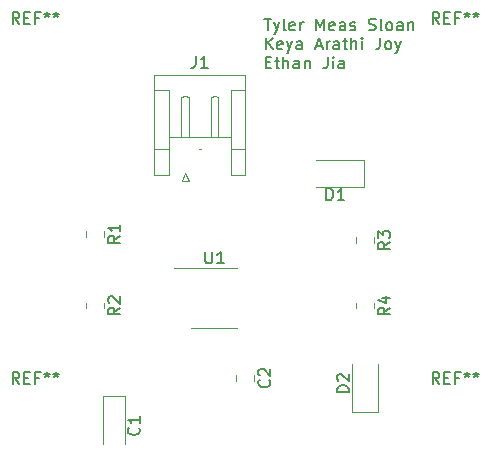
<source format=gbr>
%TF.GenerationSoftware,KiCad,Pcbnew,7.0.8*%
%TF.CreationDate,2023-10-10T13:31:09-07:00*%
%TF.ProjectId,Lab2_555Timer,4c616232-5f35-4353-9554-696d65722e6b,rev?*%
%TF.SameCoordinates,Original*%
%TF.FileFunction,Legend,Top*%
%TF.FilePolarity,Positive*%
%FSLAX46Y46*%
G04 Gerber Fmt 4.6, Leading zero omitted, Abs format (unit mm)*
G04 Created by KiCad (PCBNEW 7.0.8) date 2023-10-10 13:31:09*
%MOMM*%
%LPD*%
G01*
G04 APERTURE LIST*
%ADD10C,0.150000*%
%ADD11C,0.120000*%
G04 APERTURE END LIST*
D10*
X75276322Y-36645419D02*
X75847750Y-36645419D01*
X75562036Y-37645419D02*
X75562036Y-36645419D01*
X76085846Y-36978752D02*
X76323941Y-37645419D01*
X76562036Y-36978752D02*
X76323941Y-37645419D01*
X76323941Y-37645419D02*
X76228703Y-37883514D01*
X76228703Y-37883514D02*
X76181084Y-37931133D01*
X76181084Y-37931133D02*
X76085846Y-37978752D01*
X77085846Y-37645419D02*
X76990608Y-37597800D01*
X76990608Y-37597800D02*
X76942989Y-37502561D01*
X76942989Y-37502561D02*
X76942989Y-36645419D01*
X77847751Y-37597800D02*
X77752513Y-37645419D01*
X77752513Y-37645419D02*
X77562037Y-37645419D01*
X77562037Y-37645419D02*
X77466799Y-37597800D01*
X77466799Y-37597800D02*
X77419180Y-37502561D01*
X77419180Y-37502561D02*
X77419180Y-37121609D01*
X77419180Y-37121609D02*
X77466799Y-37026371D01*
X77466799Y-37026371D02*
X77562037Y-36978752D01*
X77562037Y-36978752D02*
X77752513Y-36978752D01*
X77752513Y-36978752D02*
X77847751Y-37026371D01*
X77847751Y-37026371D02*
X77895370Y-37121609D01*
X77895370Y-37121609D02*
X77895370Y-37216847D01*
X77895370Y-37216847D02*
X77419180Y-37312085D01*
X78323942Y-37645419D02*
X78323942Y-36978752D01*
X78323942Y-37169228D02*
X78371561Y-37073990D01*
X78371561Y-37073990D02*
X78419180Y-37026371D01*
X78419180Y-37026371D02*
X78514418Y-36978752D01*
X78514418Y-36978752D02*
X78609656Y-36978752D01*
X79704895Y-37645419D02*
X79704895Y-36645419D01*
X79704895Y-36645419D02*
X80038228Y-37359704D01*
X80038228Y-37359704D02*
X80371561Y-36645419D01*
X80371561Y-36645419D02*
X80371561Y-37645419D01*
X81228704Y-37597800D02*
X81133466Y-37645419D01*
X81133466Y-37645419D02*
X80942990Y-37645419D01*
X80942990Y-37645419D02*
X80847752Y-37597800D01*
X80847752Y-37597800D02*
X80800133Y-37502561D01*
X80800133Y-37502561D02*
X80800133Y-37121609D01*
X80800133Y-37121609D02*
X80847752Y-37026371D01*
X80847752Y-37026371D02*
X80942990Y-36978752D01*
X80942990Y-36978752D02*
X81133466Y-36978752D01*
X81133466Y-36978752D02*
X81228704Y-37026371D01*
X81228704Y-37026371D02*
X81276323Y-37121609D01*
X81276323Y-37121609D02*
X81276323Y-37216847D01*
X81276323Y-37216847D02*
X80800133Y-37312085D01*
X82133466Y-37645419D02*
X82133466Y-37121609D01*
X82133466Y-37121609D02*
X82085847Y-37026371D01*
X82085847Y-37026371D02*
X81990609Y-36978752D01*
X81990609Y-36978752D02*
X81800133Y-36978752D01*
X81800133Y-36978752D02*
X81704895Y-37026371D01*
X82133466Y-37597800D02*
X82038228Y-37645419D01*
X82038228Y-37645419D02*
X81800133Y-37645419D01*
X81800133Y-37645419D02*
X81704895Y-37597800D01*
X81704895Y-37597800D02*
X81657276Y-37502561D01*
X81657276Y-37502561D02*
X81657276Y-37407323D01*
X81657276Y-37407323D02*
X81704895Y-37312085D01*
X81704895Y-37312085D02*
X81800133Y-37264466D01*
X81800133Y-37264466D02*
X82038228Y-37264466D01*
X82038228Y-37264466D02*
X82133466Y-37216847D01*
X82562038Y-37597800D02*
X82657276Y-37645419D01*
X82657276Y-37645419D02*
X82847752Y-37645419D01*
X82847752Y-37645419D02*
X82942990Y-37597800D01*
X82942990Y-37597800D02*
X82990609Y-37502561D01*
X82990609Y-37502561D02*
X82990609Y-37454942D01*
X82990609Y-37454942D02*
X82942990Y-37359704D01*
X82942990Y-37359704D02*
X82847752Y-37312085D01*
X82847752Y-37312085D02*
X82704895Y-37312085D01*
X82704895Y-37312085D02*
X82609657Y-37264466D01*
X82609657Y-37264466D02*
X82562038Y-37169228D01*
X82562038Y-37169228D02*
X82562038Y-37121609D01*
X82562038Y-37121609D02*
X82609657Y-37026371D01*
X82609657Y-37026371D02*
X82704895Y-36978752D01*
X82704895Y-36978752D02*
X82847752Y-36978752D01*
X82847752Y-36978752D02*
X82942990Y-37026371D01*
X84133467Y-37597800D02*
X84276324Y-37645419D01*
X84276324Y-37645419D02*
X84514419Y-37645419D01*
X84514419Y-37645419D02*
X84609657Y-37597800D01*
X84609657Y-37597800D02*
X84657276Y-37550180D01*
X84657276Y-37550180D02*
X84704895Y-37454942D01*
X84704895Y-37454942D02*
X84704895Y-37359704D01*
X84704895Y-37359704D02*
X84657276Y-37264466D01*
X84657276Y-37264466D02*
X84609657Y-37216847D01*
X84609657Y-37216847D02*
X84514419Y-37169228D01*
X84514419Y-37169228D02*
X84323943Y-37121609D01*
X84323943Y-37121609D02*
X84228705Y-37073990D01*
X84228705Y-37073990D02*
X84181086Y-37026371D01*
X84181086Y-37026371D02*
X84133467Y-36931133D01*
X84133467Y-36931133D02*
X84133467Y-36835895D01*
X84133467Y-36835895D02*
X84181086Y-36740657D01*
X84181086Y-36740657D02*
X84228705Y-36693038D01*
X84228705Y-36693038D02*
X84323943Y-36645419D01*
X84323943Y-36645419D02*
X84562038Y-36645419D01*
X84562038Y-36645419D02*
X84704895Y-36693038D01*
X85276324Y-37645419D02*
X85181086Y-37597800D01*
X85181086Y-37597800D02*
X85133467Y-37502561D01*
X85133467Y-37502561D02*
X85133467Y-36645419D01*
X85800134Y-37645419D02*
X85704896Y-37597800D01*
X85704896Y-37597800D02*
X85657277Y-37550180D01*
X85657277Y-37550180D02*
X85609658Y-37454942D01*
X85609658Y-37454942D02*
X85609658Y-37169228D01*
X85609658Y-37169228D02*
X85657277Y-37073990D01*
X85657277Y-37073990D02*
X85704896Y-37026371D01*
X85704896Y-37026371D02*
X85800134Y-36978752D01*
X85800134Y-36978752D02*
X85942991Y-36978752D01*
X85942991Y-36978752D02*
X86038229Y-37026371D01*
X86038229Y-37026371D02*
X86085848Y-37073990D01*
X86085848Y-37073990D02*
X86133467Y-37169228D01*
X86133467Y-37169228D02*
X86133467Y-37454942D01*
X86133467Y-37454942D02*
X86085848Y-37550180D01*
X86085848Y-37550180D02*
X86038229Y-37597800D01*
X86038229Y-37597800D02*
X85942991Y-37645419D01*
X85942991Y-37645419D02*
X85800134Y-37645419D01*
X86990610Y-37645419D02*
X86990610Y-37121609D01*
X86990610Y-37121609D02*
X86942991Y-37026371D01*
X86942991Y-37026371D02*
X86847753Y-36978752D01*
X86847753Y-36978752D02*
X86657277Y-36978752D01*
X86657277Y-36978752D02*
X86562039Y-37026371D01*
X86990610Y-37597800D02*
X86895372Y-37645419D01*
X86895372Y-37645419D02*
X86657277Y-37645419D01*
X86657277Y-37645419D02*
X86562039Y-37597800D01*
X86562039Y-37597800D02*
X86514420Y-37502561D01*
X86514420Y-37502561D02*
X86514420Y-37407323D01*
X86514420Y-37407323D02*
X86562039Y-37312085D01*
X86562039Y-37312085D02*
X86657277Y-37264466D01*
X86657277Y-37264466D02*
X86895372Y-37264466D01*
X86895372Y-37264466D02*
X86990610Y-37216847D01*
X87466801Y-36978752D02*
X87466801Y-37645419D01*
X87466801Y-37073990D02*
X87514420Y-37026371D01*
X87514420Y-37026371D02*
X87609658Y-36978752D01*
X87609658Y-36978752D02*
X87752515Y-36978752D01*
X87752515Y-36978752D02*
X87847753Y-37026371D01*
X87847753Y-37026371D02*
X87895372Y-37121609D01*
X87895372Y-37121609D02*
X87895372Y-37645419D01*
X75419179Y-39255419D02*
X75419179Y-38255419D01*
X75990607Y-39255419D02*
X75562036Y-38683990D01*
X75990607Y-38255419D02*
X75419179Y-38826847D01*
X76800131Y-39207800D02*
X76704893Y-39255419D01*
X76704893Y-39255419D02*
X76514417Y-39255419D01*
X76514417Y-39255419D02*
X76419179Y-39207800D01*
X76419179Y-39207800D02*
X76371560Y-39112561D01*
X76371560Y-39112561D02*
X76371560Y-38731609D01*
X76371560Y-38731609D02*
X76419179Y-38636371D01*
X76419179Y-38636371D02*
X76514417Y-38588752D01*
X76514417Y-38588752D02*
X76704893Y-38588752D01*
X76704893Y-38588752D02*
X76800131Y-38636371D01*
X76800131Y-38636371D02*
X76847750Y-38731609D01*
X76847750Y-38731609D02*
X76847750Y-38826847D01*
X76847750Y-38826847D02*
X76371560Y-38922085D01*
X77181084Y-38588752D02*
X77419179Y-39255419D01*
X77657274Y-38588752D02*
X77419179Y-39255419D01*
X77419179Y-39255419D02*
X77323941Y-39493514D01*
X77323941Y-39493514D02*
X77276322Y-39541133D01*
X77276322Y-39541133D02*
X77181084Y-39588752D01*
X78466798Y-39255419D02*
X78466798Y-38731609D01*
X78466798Y-38731609D02*
X78419179Y-38636371D01*
X78419179Y-38636371D02*
X78323941Y-38588752D01*
X78323941Y-38588752D02*
X78133465Y-38588752D01*
X78133465Y-38588752D02*
X78038227Y-38636371D01*
X78466798Y-39207800D02*
X78371560Y-39255419D01*
X78371560Y-39255419D02*
X78133465Y-39255419D01*
X78133465Y-39255419D02*
X78038227Y-39207800D01*
X78038227Y-39207800D02*
X77990608Y-39112561D01*
X77990608Y-39112561D02*
X77990608Y-39017323D01*
X77990608Y-39017323D02*
X78038227Y-38922085D01*
X78038227Y-38922085D02*
X78133465Y-38874466D01*
X78133465Y-38874466D02*
X78371560Y-38874466D01*
X78371560Y-38874466D02*
X78466798Y-38826847D01*
X79657275Y-38969704D02*
X80133465Y-38969704D01*
X79562037Y-39255419D02*
X79895370Y-38255419D01*
X79895370Y-38255419D02*
X80228703Y-39255419D01*
X80562037Y-39255419D02*
X80562037Y-38588752D01*
X80562037Y-38779228D02*
X80609656Y-38683990D01*
X80609656Y-38683990D02*
X80657275Y-38636371D01*
X80657275Y-38636371D02*
X80752513Y-38588752D01*
X80752513Y-38588752D02*
X80847751Y-38588752D01*
X81609656Y-39255419D02*
X81609656Y-38731609D01*
X81609656Y-38731609D02*
X81562037Y-38636371D01*
X81562037Y-38636371D02*
X81466799Y-38588752D01*
X81466799Y-38588752D02*
X81276323Y-38588752D01*
X81276323Y-38588752D02*
X81181085Y-38636371D01*
X81609656Y-39207800D02*
X81514418Y-39255419D01*
X81514418Y-39255419D02*
X81276323Y-39255419D01*
X81276323Y-39255419D02*
X81181085Y-39207800D01*
X81181085Y-39207800D02*
X81133466Y-39112561D01*
X81133466Y-39112561D02*
X81133466Y-39017323D01*
X81133466Y-39017323D02*
X81181085Y-38922085D01*
X81181085Y-38922085D02*
X81276323Y-38874466D01*
X81276323Y-38874466D02*
X81514418Y-38874466D01*
X81514418Y-38874466D02*
X81609656Y-38826847D01*
X81942990Y-38588752D02*
X82323942Y-38588752D01*
X82085847Y-38255419D02*
X82085847Y-39112561D01*
X82085847Y-39112561D02*
X82133466Y-39207800D01*
X82133466Y-39207800D02*
X82228704Y-39255419D01*
X82228704Y-39255419D02*
X82323942Y-39255419D01*
X82657276Y-39255419D02*
X82657276Y-38255419D01*
X83085847Y-39255419D02*
X83085847Y-38731609D01*
X83085847Y-38731609D02*
X83038228Y-38636371D01*
X83038228Y-38636371D02*
X82942990Y-38588752D01*
X82942990Y-38588752D02*
X82800133Y-38588752D01*
X82800133Y-38588752D02*
X82704895Y-38636371D01*
X82704895Y-38636371D02*
X82657276Y-38683990D01*
X83562038Y-39255419D02*
X83562038Y-38588752D01*
X83562038Y-38255419D02*
X83514419Y-38303038D01*
X83514419Y-38303038D02*
X83562038Y-38350657D01*
X83562038Y-38350657D02*
X83609657Y-38303038D01*
X83609657Y-38303038D02*
X83562038Y-38255419D01*
X83562038Y-38255419D02*
X83562038Y-38350657D01*
X85085847Y-38255419D02*
X85085847Y-38969704D01*
X85085847Y-38969704D02*
X85038228Y-39112561D01*
X85038228Y-39112561D02*
X84942990Y-39207800D01*
X84942990Y-39207800D02*
X84800133Y-39255419D01*
X84800133Y-39255419D02*
X84704895Y-39255419D01*
X85704895Y-39255419D02*
X85609657Y-39207800D01*
X85609657Y-39207800D02*
X85562038Y-39160180D01*
X85562038Y-39160180D02*
X85514419Y-39064942D01*
X85514419Y-39064942D02*
X85514419Y-38779228D01*
X85514419Y-38779228D02*
X85562038Y-38683990D01*
X85562038Y-38683990D02*
X85609657Y-38636371D01*
X85609657Y-38636371D02*
X85704895Y-38588752D01*
X85704895Y-38588752D02*
X85847752Y-38588752D01*
X85847752Y-38588752D02*
X85942990Y-38636371D01*
X85942990Y-38636371D02*
X85990609Y-38683990D01*
X85990609Y-38683990D02*
X86038228Y-38779228D01*
X86038228Y-38779228D02*
X86038228Y-39064942D01*
X86038228Y-39064942D02*
X85990609Y-39160180D01*
X85990609Y-39160180D02*
X85942990Y-39207800D01*
X85942990Y-39207800D02*
X85847752Y-39255419D01*
X85847752Y-39255419D02*
X85704895Y-39255419D01*
X86371562Y-38588752D02*
X86609657Y-39255419D01*
X86847752Y-38588752D02*
X86609657Y-39255419D01*
X86609657Y-39255419D02*
X86514419Y-39493514D01*
X86514419Y-39493514D02*
X86466800Y-39541133D01*
X86466800Y-39541133D02*
X86371562Y-39588752D01*
X75419179Y-40341609D02*
X75752512Y-40341609D01*
X75895369Y-40865419D02*
X75419179Y-40865419D01*
X75419179Y-40865419D02*
X75419179Y-39865419D01*
X75419179Y-39865419D02*
X75895369Y-39865419D01*
X76181084Y-40198752D02*
X76562036Y-40198752D01*
X76323941Y-39865419D02*
X76323941Y-40722561D01*
X76323941Y-40722561D02*
X76371560Y-40817800D01*
X76371560Y-40817800D02*
X76466798Y-40865419D01*
X76466798Y-40865419D02*
X76562036Y-40865419D01*
X76895370Y-40865419D02*
X76895370Y-39865419D01*
X77323941Y-40865419D02*
X77323941Y-40341609D01*
X77323941Y-40341609D02*
X77276322Y-40246371D01*
X77276322Y-40246371D02*
X77181084Y-40198752D01*
X77181084Y-40198752D02*
X77038227Y-40198752D01*
X77038227Y-40198752D02*
X76942989Y-40246371D01*
X76942989Y-40246371D02*
X76895370Y-40293990D01*
X78228703Y-40865419D02*
X78228703Y-40341609D01*
X78228703Y-40341609D02*
X78181084Y-40246371D01*
X78181084Y-40246371D02*
X78085846Y-40198752D01*
X78085846Y-40198752D02*
X77895370Y-40198752D01*
X77895370Y-40198752D02*
X77800132Y-40246371D01*
X78228703Y-40817800D02*
X78133465Y-40865419D01*
X78133465Y-40865419D02*
X77895370Y-40865419D01*
X77895370Y-40865419D02*
X77800132Y-40817800D01*
X77800132Y-40817800D02*
X77752513Y-40722561D01*
X77752513Y-40722561D02*
X77752513Y-40627323D01*
X77752513Y-40627323D02*
X77800132Y-40532085D01*
X77800132Y-40532085D02*
X77895370Y-40484466D01*
X77895370Y-40484466D02*
X78133465Y-40484466D01*
X78133465Y-40484466D02*
X78228703Y-40436847D01*
X78704894Y-40198752D02*
X78704894Y-40865419D01*
X78704894Y-40293990D02*
X78752513Y-40246371D01*
X78752513Y-40246371D02*
X78847751Y-40198752D01*
X78847751Y-40198752D02*
X78990608Y-40198752D01*
X78990608Y-40198752D02*
X79085846Y-40246371D01*
X79085846Y-40246371D02*
X79133465Y-40341609D01*
X79133465Y-40341609D02*
X79133465Y-40865419D01*
X80657275Y-39865419D02*
X80657275Y-40579704D01*
X80657275Y-40579704D02*
X80609656Y-40722561D01*
X80609656Y-40722561D02*
X80514418Y-40817800D01*
X80514418Y-40817800D02*
X80371561Y-40865419D01*
X80371561Y-40865419D02*
X80276323Y-40865419D01*
X81133466Y-40865419D02*
X81133466Y-40198752D01*
X81133466Y-39865419D02*
X81085847Y-39913038D01*
X81085847Y-39913038D02*
X81133466Y-39960657D01*
X81133466Y-39960657D02*
X81181085Y-39913038D01*
X81181085Y-39913038D02*
X81133466Y-39865419D01*
X81133466Y-39865419D02*
X81133466Y-39960657D01*
X82038227Y-40865419D02*
X82038227Y-40341609D01*
X82038227Y-40341609D02*
X81990608Y-40246371D01*
X81990608Y-40246371D02*
X81895370Y-40198752D01*
X81895370Y-40198752D02*
X81704894Y-40198752D01*
X81704894Y-40198752D02*
X81609656Y-40246371D01*
X82038227Y-40817800D02*
X81942989Y-40865419D01*
X81942989Y-40865419D02*
X81704894Y-40865419D01*
X81704894Y-40865419D02*
X81609656Y-40817800D01*
X81609656Y-40817800D02*
X81562037Y-40722561D01*
X81562037Y-40722561D02*
X81562037Y-40627323D01*
X81562037Y-40627323D02*
X81609656Y-40532085D01*
X81609656Y-40532085D02*
X81704894Y-40484466D01*
X81704894Y-40484466D02*
X81942989Y-40484466D01*
X81942989Y-40484466D02*
X82038227Y-40436847D01*
X82454819Y-68265594D02*
X81454819Y-68265594D01*
X81454819Y-68265594D02*
X81454819Y-68027499D01*
X81454819Y-68027499D02*
X81502438Y-67884642D01*
X81502438Y-67884642D02*
X81597676Y-67789404D01*
X81597676Y-67789404D02*
X81692914Y-67741785D01*
X81692914Y-67741785D02*
X81883390Y-67694166D01*
X81883390Y-67694166D02*
X82026247Y-67694166D01*
X82026247Y-67694166D02*
X82216723Y-67741785D01*
X82216723Y-67741785D02*
X82311961Y-67789404D01*
X82311961Y-67789404D02*
X82407200Y-67884642D01*
X82407200Y-67884642D02*
X82454819Y-68027499D01*
X82454819Y-68027499D02*
X82454819Y-68265594D01*
X81550057Y-67313213D02*
X81502438Y-67265594D01*
X81502438Y-67265594D02*
X81454819Y-67170356D01*
X81454819Y-67170356D02*
X81454819Y-66932261D01*
X81454819Y-66932261D02*
X81502438Y-66837023D01*
X81502438Y-66837023D02*
X81550057Y-66789404D01*
X81550057Y-66789404D02*
X81645295Y-66741785D01*
X81645295Y-66741785D02*
X81740533Y-66741785D01*
X81740533Y-66741785D02*
X81883390Y-66789404D01*
X81883390Y-66789404D02*
X82454819Y-67360832D01*
X82454819Y-67360832D02*
X82454819Y-66741785D01*
X75699580Y-67244166D02*
X75747200Y-67291785D01*
X75747200Y-67291785D02*
X75794819Y-67434642D01*
X75794819Y-67434642D02*
X75794819Y-67529880D01*
X75794819Y-67529880D02*
X75747200Y-67672737D01*
X75747200Y-67672737D02*
X75651961Y-67767975D01*
X75651961Y-67767975D02*
X75556723Y-67815594D01*
X75556723Y-67815594D02*
X75366247Y-67863213D01*
X75366247Y-67863213D02*
X75223390Y-67863213D01*
X75223390Y-67863213D02*
X75032914Y-67815594D01*
X75032914Y-67815594D02*
X74937676Y-67767975D01*
X74937676Y-67767975D02*
X74842438Y-67672737D01*
X74842438Y-67672737D02*
X74794819Y-67529880D01*
X74794819Y-67529880D02*
X74794819Y-67434642D01*
X74794819Y-67434642D02*
X74842438Y-67291785D01*
X74842438Y-67291785D02*
X74890057Y-67244166D01*
X74890057Y-66863213D02*
X74842438Y-66815594D01*
X74842438Y-66815594D02*
X74794819Y-66720356D01*
X74794819Y-66720356D02*
X74794819Y-66482261D01*
X74794819Y-66482261D02*
X74842438Y-66387023D01*
X74842438Y-66387023D02*
X74890057Y-66339404D01*
X74890057Y-66339404D02*
X74985295Y-66291785D01*
X74985295Y-66291785D02*
X75080533Y-66291785D01*
X75080533Y-66291785D02*
X75223390Y-66339404D01*
X75223390Y-66339404D02*
X75794819Y-66910832D01*
X75794819Y-66910832D02*
X75794819Y-66291785D01*
X85924819Y-61126666D02*
X85448628Y-61459999D01*
X85924819Y-61698094D02*
X84924819Y-61698094D01*
X84924819Y-61698094D02*
X84924819Y-61317142D01*
X84924819Y-61317142D02*
X84972438Y-61221904D01*
X84972438Y-61221904D02*
X85020057Y-61174285D01*
X85020057Y-61174285D02*
X85115295Y-61126666D01*
X85115295Y-61126666D02*
X85258152Y-61126666D01*
X85258152Y-61126666D02*
X85353390Y-61174285D01*
X85353390Y-61174285D02*
X85401009Y-61221904D01*
X85401009Y-61221904D02*
X85448628Y-61317142D01*
X85448628Y-61317142D02*
X85448628Y-61698094D01*
X85258152Y-60269523D02*
X85924819Y-60269523D01*
X84877200Y-60507618D02*
X85591485Y-60745713D01*
X85591485Y-60745713D02*
X85591485Y-60126666D01*
X80541905Y-52022319D02*
X80541905Y-51022319D01*
X80541905Y-51022319D02*
X80780000Y-51022319D01*
X80780000Y-51022319D02*
X80922857Y-51069938D01*
X80922857Y-51069938D02*
X81018095Y-51165176D01*
X81018095Y-51165176D02*
X81065714Y-51260414D01*
X81065714Y-51260414D02*
X81113333Y-51450890D01*
X81113333Y-51450890D02*
X81113333Y-51593747D01*
X81113333Y-51593747D02*
X81065714Y-51784223D01*
X81065714Y-51784223D02*
X81018095Y-51879461D01*
X81018095Y-51879461D02*
X80922857Y-51974700D01*
X80922857Y-51974700D02*
X80780000Y-52022319D01*
X80780000Y-52022319D02*
X80541905Y-52022319D01*
X82065714Y-52022319D02*
X81494286Y-52022319D01*
X81780000Y-52022319D02*
X81780000Y-51022319D01*
X81780000Y-51022319D02*
X81684762Y-51165176D01*
X81684762Y-51165176D02*
X81589524Y-51260414D01*
X81589524Y-51260414D02*
X81494286Y-51308033D01*
X85924819Y-55576666D02*
X85448628Y-55909999D01*
X85924819Y-56148094D02*
X84924819Y-56148094D01*
X84924819Y-56148094D02*
X84924819Y-55767142D01*
X84924819Y-55767142D02*
X84972438Y-55671904D01*
X84972438Y-55671904D02*
X85020057Y-55624285D01*
X85020057Y-55624285D02*
X85115295Y-55576666D01*
X85115295Y-55576666D02*
X85258152Y-55576666D01*
X85258152Y-55576666D02*
X85353390Y-55624285D01*
X85353390Y-55624285D02*
X85401009Y-55671904D01*
X85401009Y-55671904D02*
X85448628Y-55767142D01*
X85448628Y-55767142D02*
X85448628Y-56148094D01*
X84924819Y-55243332D02*
X84924819Y-54624285D01*
X84924819Y-54624285D02*
X85305771Y-54957618D01*
X85305771Y-54957618D02*
X85305771Y-54814761D01*
X85305771Y-54814761D02*
X85353390Y-54719523D01*
X85353390Y-54719523D02*
X85401009Y-54671904D01*
X85401009Y-54671904D02*
X85496247Y-54624285D01*
X85496247Y-54624285D02*
X85734342Y-54624285D01*
X85734342Y-54624285D02*
X85829580Y-54671904D01*
X85829580Y-54671904D02*
X85877200Y-54719523D01*
X85877200Y-54719523D02*
X85924819Y-54814761D01*
X85924819Y-54814761D02*
X85924819Y-55100475D01*
X85924819Y-55100475D02*
X85877200Y-55195713D01*
X85877200Y-55195713D02*
X85829580Y-55243332D01*
X63064819Y-61126666D02*
X62588628Y-61459999D01*
X63064819Y-61698094D02*
X62064819Y-61698094D01*
X62064819Y-61698094D02*
X62064819Y-61317142D01*
X62064819Y-61317142D02*
X62112438Y-61221904D01*
X62112438Y-61221904D02*
X62160057Y-61174285D01*
X62160057Y-61174285D02*
X62255295Y-61126666D01*
X62255295Y-61126666D02*
X62398152Y-61126666D01*
X62398152Y-61126666D02*
X62493390Y-61174285D01*
X62493390Y-61174285D02*
X62541009Y-61221904D01*
X62541009Y-61221904D02*
X62588628Y-61317142D01*
X62588628Y-61317142D02*
X62588628Y-61698094D01*
X62160057Y-60745713D02*
X62112438Y-60698094D01*
X62112438Y-60698094D02*
X62064819Y-60602856D01*
X62064819Y-60602856D02*
X62064819Y-60364761D01*
X62064819Y-60364761D02*
X62112438Y-60269523D01*
X62112438Y-60269523D02*
X62160057Y-60221904D01*
X62160057Y-60221904D02*
X62255295Y-60174285D01*
X62255295Y-60174285D02*
X62350533Y-60174285D01*
X62350533Y-60174285D02*
X62493390Y-60221904D01*
X62493390Y-60221904D02*
X63064819Y-60793332D01*
X63064819Y-60793332D02*
X63064819Y-60174285D01*
X64644380Y-71271566D02*
X64692000Y-71319185D01*
X64692000Y-71319185D02*
X64739619Y-71462042D01*
X64739619Y-71462042D02*
X64739619Y-71557280D01*
X64739619Y-71557280D02*
X64692000Y-71700137D01*
X64692000Y-71700137D02*
X64596761Y-71795375D01*
X64596761Y-71795375D02*
X64501523Y-71842994D01*
X64501523Y-71842994D02*
X64311047Y-71890613D01*
X64311047Y-71890613D02*
X64168190Y-71890613D01*
X64168190Y-71890613D02*
X63977714Y-71842994D01*
X63977714Y-71842994D02*
X63882476Y-71795375D01*
X63882476Y-71795375D02*
X63787238Y-71700137D01*
X63787238Y-71700137D02*
X63739619Y-71557280D01*
X63739619Y-71557280D02*
X63739619Y-71462042D01*
X63739619Y-71462042D02*
X63787238Y-71319185D01*
X63787238Y-71319185D02*
X63834857Y-71271566D01*
X64739619Y-70319185D02*
X64739619Y-70890613D01*
X64739619Y-70604899D02*
X63739619Y-70604899D01*
X63739619Y-70604899D02*
X63882476Y-70700137D01*
X63882476Y-70700137D02*
X63977714Y-70795375D01*
X63977714Y-70795375D02*
X64025333Y-70890613D01*
X63064819Y-55046666D02*
X62588628Y-55379999D01*
X63064819Y-55618094D02*
X62064819Y-55618094D01*
X62064819Y-55618094D02*
X62064819Y-55237142D01*
X62064819Y-55237142D02*
X62112438Y-55141904D01*
X62112438Y-55141904D02*
X62160057Y-55094285D01*
X62160057Y-55094285D02*
X62255295Y-55046666D01*
X62255295Y-55046666D02*
X62398152Y-55046666D01*
X62398152Y-55046666D02*
X62493390Y-55094285D01*
X62493390Y-55094285D02*
X62541009Y-55141904D01*
X62541009Y-55141904D02*
X62588628Y-55237142D01*
X62588628Y-55237142D02*
X62588628Y-55618094D01*
X63064819Y-54094285D02*
X63064819Y-54665713D01*
X63064819Y-54379999D02*
X62064819Y-54379999D01*
X62064819Y-54379999D02*
X62207676Y-54475237D01*
X62207676Y-54475237D02*
X62302914Y-54570475D01*
X62302914Y-54570475D02*
X62350533Y-54665713D01*
X70293095Y-56379819D02*
X70293095Y-57189342D01*
X70293095Y-57189342D02*
X70340714Y-57284580D01*
X70340714Y-57284580D02*
X70388333Y-57332200D01*
X70388333Y-57332200D02*
X70483571Y-57379819D01*
X70483571Y-57379819D02*
X70674047Y-57379819D01*
X70674047Y-57379819D02*
X70769285Y-57332200D01*
X70769285Y-57332200D02*
X70816904Y-57284580D01*
X70816904Y-57284580D02*
X70864523Y-57189342D01*
X70864523Y-57189342D02*
X70864523Y-56379819D01*
X71864523Y-57379819D02*
X71293095Y-57379819D01*
X71578809Y-57379819D02*
X71578809Y-56379819D01*
X71578809Y-56379819D02*
X71483571Y-56522676D01*
X71483571Y-56522676D02*
X71388333Y-56617914D01*
X71388333Y-56617914D02*
X71293095Y-56665533D01*
X90106666Y-67574819D02*
X89773333Y-67098628D01*
X89535238Y-67574819D02*
X89535238Y-66574819D01*
X89535238Y-66574819D02*
X89916190Y-66574819D01*
X89916190Y-66574819D02*
X90011428Y-66622438D01*
X90011428Y-66622438D02*
X90059047Y-66670057D01*
X90059047Y-66670057D02*
X90106666Y-66765295D01*
X90106666Y-66765295D02*
X90106666Y-66908152D01*
X90106666Y-66908152D02*
X90059047Y-67003390D01*
X90059047Y-67003390D02*
X90011428Y-67051009D01*
X90011428Y-67051009D02*
X89916190Y-67098628D01*
X89916190Y-67098628D02*
X89535238Y-67098628D01*
X90535238Y-67051009D02*
X90868571Y-67051009D01*
X91011428Y-67574819D02*
X90535238Y-67574819D01*
X90535238Y-67574819D02*
X90535238Y-66574819D01*
X90535238Y-66574819D02*
X91011428Y-66574819D01*
X91773333Y-67051009D02*
X91440000Y-67051009D01*
X91440000Y-67574819D02*
X91440000Y-66574819D01*
X91440000Y-66574819D02*
X91916190Y-66574819D01*
X92440000Y-66574819D02*
X92440000Y-66812914D01*
X92201905Y-66717676D02*
X92440000Y-66812914D01*
X92440000Y-66812914D02*
X92678095Y-66717676D01*
X92297143Y-67003390D02*
X92440000Y-66812914D01*
X92440000Y-66812914D02*
X92582857Y-67003390D01*
X93201905Y-66574819D02*
X93201905Y-66812914D01*
X92963810Y-66717676D02*
X93201905Y-66812914D01*
X93201905Y-66812914D02*
X93440000Y-66717676D01*
X93059048Y-67003390D02*
X93201905Y-66812914D01*
X93201905Y-66812914D02*
X93344762Y-67003390D01*
X90106666Y-37094819D02*
X89773333Y-36618628D01*
X89535238Y-37094819D02*
X89535238Y-36094819D01*
X89535238Y-36094819D02*
X89916190Y-36094819D01*
X89916190Y-36094819D02*
X90011428Y-36142438D01*
X90011428Y-36142438D02*
X90059047Y-36190057D01*
X90059047Y-36190057D02*
X90106666Y-36285295D01*
X90106666Y-36285295D02*
X90106666Y-36428152D01*
X90106666Y-36428152D02*
X90059047Y-36523390D01*
X90059047Y-36523390D02*
X90011428Y-36571009D01*
X90011428Y-36571009D02*
X89916190Y-36618628D01*
X89916190Y-36618628D02*
X89535238Y-36618628D01*
X90535238Y-36571009D02*
X90868571Y-36571009D01*
X91011428Y-37094819D02*
X90535238Y-37094819D01*
X90535238Y-37094819D02*
X90535238Y-36094819D01*
X90535238Y-36094819D02*
X91011428Y-36094819D01*
X91773333Y-36571009D02*
X91440000Y-36571009D01*
X91440000Y-37094819D02*
X91440000Y-36094819D01*
X91440000Y-36094819D02*
X91916190Y-36094819D01*
X92440000Y-36094819D02*
X92440000Y-36332914D01*
X92201905Y-36237676D02*
X92440000Y-36332914D01*
X92440000Y-36332914D02*
X92678095Y-36237676D01*
X92297143Y-36523390D02*
X92440000Y-36332914D01*
X92440000Y-36332914D02*
X92582857Y-36523390D01*
X93201905Y-36094819D02*
X93201905Y-36332914D01*
X92963810Y-36237676D02*
X93201905Y-36332914D01*
X93201905Y-36332914D02*
X93440000Y-36237676D01*
X93059048Y-36523390D02*
X93201905Y-36332914D01*
X93201905Y-36332914D02*
X93344762Y-36523390D01*
X54546666Y-67574819D02*
X54213333Y-67098628D01*
X53975238Y-67574819D02*
X53975238Y-66574819D01*
X53975238Y-66574819D02*
X54356190Y-66574819D01*
X54356190Y-66574819D02*
X54451428Y-66622438D01*
X54451428Y-66622438D02*
X54499047Y-66670057D01*
X54499047Y-66670057D02*
X54546666Y-66765295D01*
X54546666Y-66765295D02*
X54546666Y-66908152D01*
X54546666Y-66908152D02*
X54499047Y-67003390D01*
X54499047Y-67003390D02*
X54451428Y-67051009D01*
X54451428Y-67051009D02*
X54356190Y-67098628D01*
X54356190Y-67098628D02*
X53975238Y-67098628D01*
X54975238Y-67051009D02*
X55308571Y-67051009D01*
X55451428Y-67574819D02*
X54975238Y-67574819D01*
X54975238Y-67574819D02*
X54975238Y-66574819D01*
X54975238Y-66574819D02*
X55451428Y-66574819D01*
X56213333Y-67051009D02*
X55880000Y-67051009D01*
X55880000Y-67574819D02*
X55880000Y-66574819D01*
X55880000Y-66574819D02*
X56356190Y-66574819D01*
X56880000Y-66574819D02*
X56880000Y-66812914D01*
X56641905Y-66717676D02*
X56880000Y-66812914D01*
X56880000Y-66812914D02*
X57118095Y-66717676D01*
X56737143Y-67003390D02*
X56880000Y-66812914D01*
X56880000Y-66812914D02*
X57022857Y-67003390D01*
X57641905Y-66574819D02*
X57641905Y-66812914D01*
X57403810Y-66717676D02*
X57641905Y-66812914D01*
X57641905Y-66812914D02*
X57880000Y-66717676D01*
X57499048Y-67003390D02*
X57641905Y-66812914D01*
X57641905Y-66812914D02*
X57784762Y-67003390D01*
X69496666Y-39814819D02*
X69496666Y-40529104D01*
X69496666Y-40529104D02*
X69449047Y-40671961D01*
X69449047Y-40671961D02*
X69353809Y-40767200D01*
X69353809Y-40767200D02*
X69210952Y-40814819D01*
X69210952Y-40814819D02*
X69115714Y-40814819D01*
X70496666Y-40814819D02*
X69925238Y-40814819D01*
X70210952Y-40814819D02*
X70210952Y-39814819D01*
X70210952Y-39814819D02*
X70115714Y-39957676D01*
X70115714Y-39957676D02*
X70020476Y-40052914D01*
X70020476Y-40052914D02*
X69925238Y-40100533D01*
X54546666Y-37094819D02*
X54213333Y-36618628D01*
X53975238Y-37094819D02*
X53975238Y-36094819D01*
X53975238Y-36094819D02*
X54356190Y-36094819D01*
X54356190Y-36094819D02*
X54451428Y-36142438D01*
X54451428Y-36142438D02*
X54499047Y-36190057D01*
X54499047Y-36190057D02*
X54546666Y-36285295D01*
X54546666Y-36285295D02*
X54546666Y-36428152D01*
X54546666Y-36428152D02*
X54499047Y-36523390D01*
X54499047Y-36523390D02*
X54451428Y-36571009D01*
X54451428Y-36571009D02*
X54356190Y-36618628D01*
X54356190Y-36618628D02*
X53975238Y-36618628D01*
X54975238Y-36571009D02*
X55308571Y-36571009D01*
X55451428Y-37094819D02*
X54975238Y-37094819D01*
X54975238Y-37094819D02*
X54975238Y-36094819D01*
X54975238Y-36094819D02*
X55451428Y-36094819D01*
X56213333Y-36571009D02*
X55880000Y-36571009D01*
X55880000Y-37094819D02*
X55880000Y-36094819D01*
X55880000Y-36094819D02*
X56356190Y-36094819D01*
X56880000Y-36094819D02*
X56880000Y-36332914D01*
X56641905Y-36237676D02*
X56880000Y-36332914D01*
X56880000Y-36332914D02*
X57118095Y-36237676D01*
X56737143Y-36523390D02*
X56880000Y-36332914D01*
X56880000Y-36332914D02*
X57022857Y-36523390D01*
X57641905Y-36094819D02*
X57641905Y-36332914D01*
X57403810Y-36237676D02*
X57641905Y-36332914D01*
X57641905Y-36332914D02*
X57880000Y-36237676D01*
X57499048Y-36523390D02*
X57641905Y-36332914D01*
X57641905Y-36332914D02*
X57784762Y-36523390D01*
D11*
%TO.C,D2*%
X82685000Y-69987500D02*
X84955000Y-69987500D01*
X84955000Y-69987500D02*
X84955000Y-65927500D01*
X82685000Y-65927500D02*
X82685000Y-69987500D01*
%TO.C,C2*%
X74395000Y-66816248D02*
X74395000Y-67338752D01*
X72925000Y-66816248D02*
X72925000Y-67338752D01*
%TO.C,R4*%
X84555000Y-60732936D02*
X84555000Y-61187064D01*
X83085000Y-60732936D02*
X83085000Y-61187064D01*
%TO.C,D1*%
X83740000Y-50882500D02*
X83740000Y-48612500D01*
X83740000Y-48612500D02*
X79680000Y-48612500D01*
X79680000Y-50882500D02*
X83740000Y-50882500D01*
%TO.C,R3*%
X84555000Y-55182936D02*
X84555000Y-55637064D01*
X83085000Y-55182936D02*
X83085000Y-55637064D01*
%TO.C,R2*%
X61695000Y-60732936D02*
X61695000Y-61187064D01*
X60225000Y-60732936D02*
X60225000Y-61187064D01*
%TO.C,C1*%
X63469800Y-68619900D02*
X61599800Y-68619900D01*
X61599800Y-68619900D02*
X61599800Y-72704900D01*
X63469800Y-72704900D02*
X63469800Y-68619900D01*
%TO.C,R1*%
X61695000Y-54652936D02*
X61695000Y-55107064D01*
X60225000Y-54652936D02*
X60225000Y-55107064D01*
%TO.C,U1*%
X71055000Y-57765000D02*
X67605000Y-57765000D01*
X71055000Y-57765000D02*
X73005000Y-57765000D01*
X71055000Y-62885000D02*
X69105000Y-62885000D01*
X71055000Y-62885000D02*
X73005000Y-62885000D01*
%TO.C,J1*%
X65970000Y-41450000D02*
X73690000Y-41450000D01*
X65970000Y-42670000D02*
X67190000Y-42670000D01*
X65970000Y-49870000D02*
X65970000Y-41450000D01*
X67190000Y-42670000D02*
X67190000Y-47670000D01*
X67190000Y-46670000D02*
X72470000Y-46670000D01*
X67190000Y-47670000D02*
X65970000Y-47670000D01*
X67190000Y-47670000D02*
X67190000Y-49870000D01*
X67190000Y-49870000D02*
X65970000Y-49870000D01*
X68260000Y-43250000D02*
X68580000Y-43170000D01*
X68260000Y-46670000D02*
X68260000Y-43250000D01*
X68280000Y-50360000D02*
X68880000Y-50360000D01*
X68580000Y-43170000D02*
X68900000Y-43250000D01*
X68580000Y-46670000D02*
X68260000Y-46670000D01*
X68580000Y-49760000D02*
X68280000Y-50360000D01*
X68880000Y-50360000D02*
X68580000Y-49760000D01*
X68900000Y-43250000D02*
X68900000Y-46670000D01*
X68900000Y-46670000D02*
X68580000Y-46670000D01*
X69750000Y-47670000D02*
X69910000Y-47670000D01*
X70760000Y-43250000D02*
X71080000Y-43170000D01*
X70760000Y-46670000D02*
X70760000Y-43250000D01*
X71080000Y-43170000D02*
X71400000Y-43250000D01*
X71080000Y-46670000D02*
X70760000Y-46670000D01*
X71400000Y-43250000D02*
X71400000Y-46670000D01*
X71400000Y-46670000D02*
X71080000Y-46670000D01*
X72470000Y-42670000D02*
X72470000Y-47670000D01*
X72470000Y-47670000D02*
X73690000Y-47670000D01*
X72470000Y-49870000D02*
X72470000Y-47670000D01*
X73690000Y-41450000D02*
X73690000Y-49870000D01*
X73690000Y-42670000D02*
X72470000Y-42670000D01*
X73690000Y-49870000D02*
X72470000Y-49870000D01*
%TD*%
M02*

</source>
